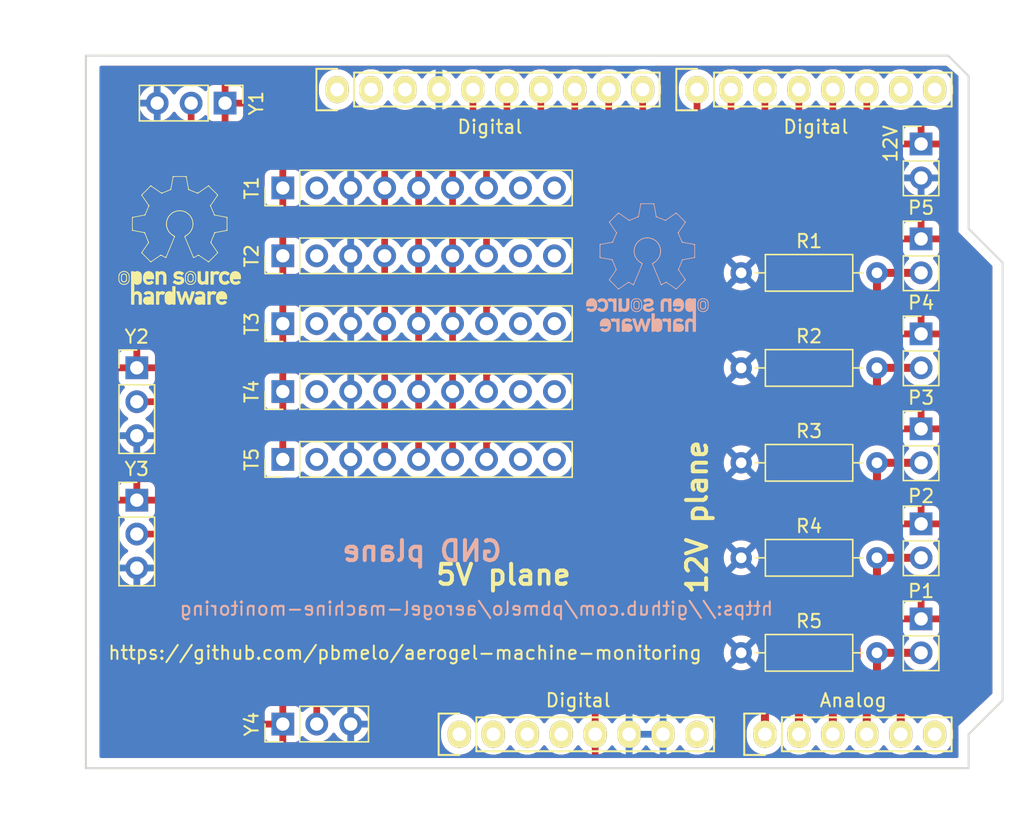
<source format=kicad_pcb>
(kicad_pcb (version 20211014) (generator pcbnew)
  (title_block (date "lun. 30 mars 2015"))
  (layers (0 "F.Cu" signal) (31 "B.Cu" signal) (34 "B.Paste" user) (35 "F.Paste" user) (36 "B.SilkS" user "B.Silkscreen") (37 "F.SilkS" user "F.Silkscreen") (38 "B.Mask" user) (39 "F.Mask" user) (44 "Edge.Cuts" user))
  (net 0 "")
  (net 1 "/IOREF")
  (net 2 "/Reset")
  (net 3 "+5V")
  (net 4 "GND")
  (net 5 "/Vin")
  (net 6 "/A0")
  (net 7 "/A1")
  (net 8 "/A2")
  (net 9 "/A3")
  (net 10 "/AREF")
  (net 11 "/A4(SDA)")
  (net 12 "/A5(SCL)")
  (net 13 "/9(**)")
  (net 14 "/8")
  (net 15 "/7")
  (net 16 "/6(**)")
  (net 17 "/5(**)")
  (net 18 "/4")
  (net 19 "/3(**)")
  (net 20 "/2")
  (net 21 "/1(Tx)")
  (net 22 "/0(Rx)")
  (net 24 "/13(SCK)")
  (net 25 "/11(**{slash}MOSI)")
  (net 26 "/10(**{slash}SS)")
  (net 27 "+3V3")
  (net 28 "/12(MISO)")
  (net 44 "+12V")
  (footprint "Socket_Arduino_Uno:Socket_Strip_Arduino_1x08" (layer "F.Cu") (at 138.938 123.825)
    (fp_text reference "Digital" (at 8.89 -2.54) (layer "F.SilkS"))
    (fp_text value "Power")
    (pad "1" thru_hole oval locked (at 0 0) (size 1.7272 2.032) (drill 1.016) (layers *.Cu *.Mask "F.SilkS"))
    (pad "2" thru_hole oval locked (at 2.54 0) (size 1.7272 2.032) (drill 1.016) (layers *.Cu *.Mask "F.SilkS") (net 1 "/IOREF"))
    (pad "3" thru_hole oval locked (at 5.08 0) (size 1.7272 2.032) (drill 1.016) (layers *.Cu *.Mask "F.SilkS") (net 2 "/Reset"))
    (pad "4" thru_hole oval locked (at 7.62 0) (size 1.7272 2.032) (drill 1.016) (layers *.Cu *.Mask "F.SilkS") (net 27 "+3V3"))
    (pad "5" thru_hole oval locked (at 10.16 0) (size 1.7272 2.032) (drill 1.016) (layers *.Cu *.Mask "F.SilkS") (net 3 "+5V"))
    (pad "6" thru_hole oval locked (at 12.7 0) (size 1.7272 2.032) (drill 1.016) (layers *.Cu *.Mask "F.SilkS") (net 4 "GND"))
    (pad "7" thru_hole oval locked (at 15.24 0) (size 1.7272 2.032) (drill 1.016) (layers *.Cu *.Mask "F.SilkS") (net 4 "GND"))
    (pad "8" thru_hole oval locked (at 17.78 0) (size 1.7272 2.032) (drill 1.016) (layers *.Cu *.Mask "F.SilkS") (net 5 "/Vin"))
  )
  (footprint "Socket_Arduino_Uno:Socket_Strip_Arduino_1x06" (layer "F.Cu") (at 161.798 123.825)
    (fp_text reference "Analog" (at 6.604 -2.54) (layer "F.SilkS"))
    (fp_text value "Analog")
    (pad "1" thru_hole oval locked (at 0 0) (size 1.7272 2.032) (drill 1.016) (layers *.Cu *.Mask "F.SilkS") (net 6 "/A0"))
    (pad "2" thru_hole oval locked (at 2.54 0) (size 1.7272 2.032) (drill 1.016) (layers *.Cu *.Mask "F.SilkS") (net 7 "/A1"))
    (pad "3" thru_hole oval locked (at 5.08 0) (size 1.7272 2.032) (drill 1.016) (layers *.Cu *.Mask "F.SilkS") (net 8 "/A2"))
    (pad "4" thru_hole oval locked (at 7.62 0) (size 1.7272 2.032) (drill 1.016) (layers *.Cu *.Mask "F.SilkS") (net 9 "/A3"))
    (pad "5" thru_hole oval locked (at 10.16 0) (size 1.7272 2.032) (drill 1.016) (layers *.Cu *.Mask "F.SilkS") (net 11 "/A4(SDA)"))
    (pad "6" thru_hole oval locked (at 12.7 0) (size 1.7272 2.032) (drill 1.016) (layers *.Cu *.Mask "F.SilkS") (net 12 "/A5(SCL)"))
  )
  (footprint "Socket_Arduino_Uno:Socket_Strip_Arduino_1x10" (layer "F.Cu") (at 129.794 75.565)
    (fp_text reference "Digital" (at 11.43 2.794) (layer "F.SilkS"))
    (fp_text value "Digital")
    (pad "1" thru_hole oval locked (at 0 0) (size 1.7272 2.032) (drill 1.016) (layers *.Cu *.Mask "F.SilkS") (net 12 "/A5(SCL)"))
    (pad "2" thru_hole oval locked (at 2.54 0) (size 1.7272 2.032) (drill 1.016) (layers *.Cu *.Mask "F.SilkS") (net 11 "/A4(SDA)"))
    (pad "3" thru_hole oval locked (at 5.08 0) (size 1.7272 2.032) (drill 1.016) (layers *.Cu *.Mask "F.SilkS") (net 10 "/AREF"))
    (pad "4" thru_hole oval locked (at 7.62 0) (size 1.7272 2.032) (drill 1.016) (layers *.Cu *.Mask "F.SilkS") (net 4 "GND"))
    (pad "5" thru_hole oval locked (at 10.16 0) (size 1.7272 2.032) (drill 1.016) (layers *.Cu *.Mask "F.SilkS") (net 24 "/13(SCK)"))
    (pad "6" thru_hole oval locked (at 12.7 0) (size 1.7272 2.032) (drill 1.016) (layers *.Cu *.Mask "F.SilkS") (net 28 "/12(MISO)"))
    (pad "7" thru_hole oval locked (at 15.24 0) (size 1.7272 2.032) (drill 1.016) (layers *.Cu *.Mask "F.SilkS") (net 25 "/11(**{slash}MOSI)"))
    (pad "8" thru_hole oval locked (at 17.78 0) (size 1.7272 2.032) (drill 1.016) (layers *.Cu *.Mask "F.SilkS") (net 26 "/10(**{slash}SS)"))
    (pad "9" thru_hole oval locked (at 20.32 0) (size 1.7272 2.032) (drill 1.016) (layers *.Cu *.Mask "F.SilkS") (net 13 "/9(**)"))
    (pad "10" thru_hole oval locked (at 22.86 0) (size 1.7272 2.032) (drill 1.016) (layers *.Cu *.Mask "F.SilkS") (net 14 "/8"))
  )
  (footprint "Socket_Arduino_Uno:Socket_Strip_Arduino_1x08" (layer "F.Cu") (at 156.718 75.565)
    (fp_text reference "Digital" (at 8.89 2.794) (layer "F.SilkS"))
    (fp_text value "Digital")
    (pad "1" thru_hole oval locked (at 0 0) (size 1.7272 2.032) (drill 1.016) (layers *.Cu *.Mask "F.SilkS") (net 15 "/7"))
    (pad "2" thru_hole oval locked (at 2.54 0) (size 1.7272 2.032) (drill 1.016) (layers *.Cu *.Mask "F.SilkS") (net 16 "/6(**)"))
    (pad "3" thru_hole oval locked (at 5.08 0) (size 1.7272 2.032) (drill 1.016) (layers *.Cu *.Mask "F.SilkS") (net 17 "/5(**)"))
    (pad "4" thru_hole oval locked (at 7.62 0) (size 1.7272 2.032) (drill 1.016) (layers *.Cu *.Mask "F.SilkS") (net 18 "/4"))
    (pad "5" thru_hole oval locked (at 10.16 0) (size 1.7272 2.032) (drill 1.016) (layers *.Cu *.Mask "F.SilkS") (net 19 "/3(**)"))
    (pad "6" thru_hole oval locked (at 12.7 0) (size 1.7272 2.032) (drill 1.016) (layers *.Cu *.Mask "F.SilkS") (net 20 "/2"))
    (pad "7" thru_hole oval locked (at 15.24 0) (size 1.7272 2.032) (drill 1.016) (layers *.Cu *.Mask "F.SilkS") (net 21 "/1(Tx)"))
    (pad "8" thru_hole oval locked (at 17.78 0) (size 1.7272 2.032) (drill 1.016) (layers *.Cu *.Mask "F.SilkS") (net 22 "/0(Rx)"))
  )
  (footprint "Connector_PinHeader_2.54mm:PinHeader_1x09_P2.54mm_Vertical" (layer "F.Cu") (at 125.73 93.091 90)
    (fp_text reference "T3" (at 0 -2.33 90) (layer "F.SilkS"))
    (fp_text value "Conn_01x09_Male")
    (pad "1" thru_hole rect (at 0 0 90) (size 1.7 1.7) (drill 1) (layers *.Cu *.Mask) (net 3 "+5V"))
    (pad "2" thru_hole oval (at 0 2.54 90) (size 1.7 1.7) (drill 1) (layers *.Cu *.Mask))
    (pad "3" thru_hole oval (at 0 5.08 90) (size 1.7 1.7) (drill 1) (layers *.Cu *.Mask) (net 4 "GND"))
    (pad "4" thru_hole oval (at 0 7.62 90) (size 1.7 1.7) (drill 1) (layers *.Cu *.Mask) (net 24 "/13(SCK)"))
    (pad "5" thru_hole oval (at 0 10.16 90) (size 1.7 1.7) (drill 1) (layers *.Cu *.Mask) (net 28 "/12(MISO)"))
    (pad "6" thru_hole oval (at 0 12.7 90) (size 1.7 1.7) (drill 1) (layers *.Cu *.Mask) (net 25 "/11(**{slash}MOSI)"))
    (pad "7" thru_hole oval (at 0 15.24 90) (size 1.7 1.7) (drill 1) (layers *.Cu *.Mask) (net 14 "/8"))
    (pad "8" thru_hole oval (at 0 17.78 90) (size 1.7 1.7) (drill 1) (layers *.Cu *.Mask))
    (pad "9" thru_hole oval (at 0 20.32 90) (size 1.7 1.7) (drill 1) (layers *.Cu *.Mask))
  )
  (footprint "Connector_PinHeader_2.54mm:PinHeader_1x03_P2.54mm_Vertical" (layer "F.Cu") (at 121.412 76.581 -90)
    (fp_text reference "Y1" (at 0 -2.33 90) (layer "F.SilkS"))
    (fp_text value "Conn_01x03_Female")
    (pad "1" thru_hole rect (at 0 0 270) (size 1.7 1.7) (drill 1) (layers *.Cu *.Mask) (net 3 "+5V"))
    (pad "2" thru_hole oval (at 0 2.54 270) (size 1.7 1.7) (drill 1) (layers *.Cu *.Mask) (net 17 "/5(**)"))
    (pad "3" thru_hole oval (at 0 5.08 270) (size 1.7 1.7) (drill 1) (layers *.Cu *.Mask) (net 4 "GND"))
  )
  (footprint "Connector_PinHeader_2.54mm:PinHeader_1x03_P2.54mm_Vertical" (layer "F.Cu") (at 125.73 123.063 90)
    (fp_text reference "Y4" (at 0 -2.33 90) (layer "F.SilkS"))
    (fp_text value "Conn_01x03_Female")
    (pad "1" thru_hole rect (at 0 0 90) (size 1.7 1.7) (drill 1) (layers *.Cu *.Mask) (net 3 "+5V"))
    (pad "2" thru_hole oval (at 0 2.54 90) (size 1.7 1.7) (drill 1) (layers *.Cu *.Mask) (net 20 "/2"))
    (pad "3" thru_hole oval (at 0 5.08 90) (size 1.7 1.7) (drill 1) (layers *.Cu *.Mask) (net 4 "GND"))
  )
  (footprint "Connector_PinHeader_2.54mm:PinHeader_1x02_P2.54mm_Vertical" (layer "F.Cu") (at 173.482 86.746)
    (fp_text reference "P5" (at 0 -2.33) (layer "F.SilkS"))
    (fp_text value "Conn_01x02_Male")
    (pad "1" thru_hole rect (at 0 0) (size 1.7 1.7) (drill 1) (layers *.Cu *.Mask) (net 44 "+12V"))
    (pad "2" thru_hole oval (at 0 2.54) (size 1.7 1.7) (drill 1) (layers *.Cu *.Mask) (net 6 "/A0"))
  )
  (footprint "Connector_PinHeader_2.54mm:PinHeader_1x09_P2.54mm_Vertical" (layer "F.Cu") (at 125.73 88.011 90)
    (fp_text reference "T2" (at 0 -2.33 90) (layer "F.SilkS"))
    (fp_text value "Conn_01x09_Male")
    (pad "1" thru_hole rect (at 0 0 90) (size 1.7 1.7) (drill 1) (layers *.Cu *.Mask) (net 3 "+5V"))
    (pad "2" thru_hole oval (at 0 2.54 90) (size 1.7 1.7) (drill 1) (layers *.Cu *.Mask))
    (pad "3" thru_hole oval (at 0 5.08 90) (size 1.7 1.7) (drill 1) (layers *.Cu *.Mask) (net 4 "GND"))
    (pad "4" thru_hole oval (at 0 7.62 90) (size 1.7 1.7) (drill 1) (layers *.Cu *.Mask) (net 24 "/13(SCK)"))
    (pad "5" thru_hole oval (at 0 10.16 90) (size 1.7 1.7) (drill 1) (layers *.Cu *.Mask) (net 28 "/12(MISO)"))
    (pad "6" thru_hole oval (at 0 12.7 90) (size 1.7 1.7) (drill 1) (layers *.Cu *.Mask) (net 25 "/11(**{slash}MOSI)"))
    (pad "7" thru_hole oval (at 0 15.24 90) (size 1.7 1.7) (drill 1) (layers *.Cu *.Mask) (net 13 "/9(**)"))
    (pad "8" thru_hole oval (at 0 17.78 90) (size 1.7 1.7) (drill 1) (layers *.Cu *.Mask))
    (pad "9" thru_hole oval (at 0 20.32 90) (size 1.7 1.7) (drill 1) (layers *.Cu *.Mask))
  )
  (footprint "Connector_PinHeader_2.54mm:PinHeader_1x02_P2.54mm_Vertical" (layer "F.Cu") (at 173.482 93.858)
    (fp_text reference "P4" (at 0 -2.33) (layer "F.SilkS"))
    (fp_text value "Conn_01x02_Male")
    (pad "1" thru_hole rect (at 0 0) (size 1.7 1.7) (drill 1) (layers *.Cu *.Mask) (net 44 "+12V"))
    (pad "2" thru_hole oval (at 0 2.54) (size 1.7 1.7) (drill 1) (layers *.Cu *.Mask) (net 7 "/A1"))
  )
  (footprint "Connector_PinHeader_2.54mm:PinHeader_1x09_P2.54mm_Vertical" (layer "F.Cu") (at 125.73 98.171 90)
    (fp_text reference "T4" (at 0 -2.33 90) (layer "F.SilkS"))
    (fp_text value "Conn_01x09_Male")
    (pad "1" thru_hole rect (at 0 0 90) (size 1.7 1.7) (drill 1) (layers *.Cu *.Mask) (net 3 "+5V"))
    (pad "2" thru_hole oval (at 0 2.54 90) (size 1.7 1.7) (drill 1) (layers *.Cu *.Mask))
    (pad "3" thru_hole oval (at 0 5.08 90) (size 1.7 1.7) (drill 1) (layers *.Cu *.Mask) (net 4 "GND"))
    (pad "4" thru_hole oval (at 0 7.62 90) (size 1.7 1.7) (drill 1) (layers *.Cu *.Mask) (net 24 "/13(SCK)"))
    (pad "5" thru_hole oval (at 0 10.16 90) (size 1.7 1.7) (drill 1) (layers *.Cu *.Mask) (net 28 "/12(MISO)"))
    (pad "6" thru_hole oval (at 0 12.7 90) (size 1.7 1.7) (drill 1) (layers *.Cu *.Mask) (net 25 "/11(**{slash}MOSI)"))
    (pad "7" thru_hole oval (at 0 15.24 90) (size 1.7 1.7) (drill 1) (layers *.Cu *.Mask) (net 15 "/7"))
    (pad "8" thru_hole oval (at 0 17.78 90) (size 1.7 1.7) (drill 1) (layers *.Cu *.Mask))
    (pad "9" thru_hole oval (at 0 20.32 90) (size 1.7 1.7) (drill 1) (layers *.Cu *.Mask))
  )
  (footprint "Connector_PinHeader_2.54mm:PinHeader_1x02_P2.54mm_Vertical" (layer "F.Cu") (at 173.482 108.077)
    (fp_text reference "P2" (at 0 -2.081) (layer "F.SilkS"))
    (fp_text value "Conn_01x02_Male")
    (pad "1" thru_hole rect (at 0 0) (size 1.7 1.7) (drill 1) (layers *.Cu *.Mask) (net 44 "+12V"))
    (pad "2" thru_hole oval (at 0 2.54) (size 1.7 1.7) (drill 1) (layers *.Cu *.Mask) (net 9 "/A3"))
  )
  (footprint "Connector_PinHeader_2.54mm:PinHeader_1x03_P2.54mm_Vertical" (layer "F.Cu") (at 114.808 106.299)
    (fp_text reference "Y3" (at 0 -2.33) (layer "F.SilkS"))
    (fp_text value "Conn_01x03_Female")
    (pad "1" thru_hole rect (at 0 0) (size 1.7 1.7) (drill 1) (layers *.Cu *.Mask) (net 3 "+5V"))
    (pad "2" thru_hole oval (at 0 2.54) (size 1.7 1.7) (drill 1) (layers *.Cu *.Mask) (net 19 "/3(**)"))
    (pad "3" thru_hole oval (at 0 5.08) (size 1.7 1.7) (drill 1) (layers *.Cu *.Mask) (net 4 "GND"))
  )
  (footprint "footprints:OSHW_logo2" (layer "F.Cu") (at 118.11 95.123)
    (fp_text reference "REF**" hide)
    (fp_text value "OSHW_logo2")
  )
  (footprint "Connector_PinHeader_2.54mm:PinHeader_1x02_P2.54mm_Vertical" (layer "F.Cu") (at 173.482 115.189)
    (fp_text reference "P1" (at 0 -2.081) (layer "F.SilkS"))
    (fp_text value "Conn_01x02_Male")
    (pad "1" thru_hole rect (at 0 0) (size 1.7 1.7) (drill 1) (layers *.Cu *.Mask) (net 44 "+12V"))
    (pad "2" thru_hole oval (at 0 2.54) (size 1.7 1.7) (drill 1) (layers *.Cu *.Mask) (net 11 "/A4(SDA)"))
  )
  (footprint "Resistor_THT:R_Axial_DIN0207_L6.3mm_D2.5mm_P10.16mm_Horizontal" (layer "F.Cu") (at 160.02 117.729)
    (fp_text reference "R5" (at 5.08 -2.37) (layer "F.SilkS"))
    (fp_text value "R")
    (pad "1" thru_hole circle (at 0 0) (size 1.6 1.6) (drill 0.8) (layers *.Cu *.Mask) (net 4 "GND"))
    (pad "2" thru_hole oval (at 10.16 0) (size 1.6 1.6) (drill 0.8) (layers *.Cu *.Mask) (net 11 "/A4(SDA)"))
  )
  (footprint "Connector_PinHeader_2.54mm:PinHeader_1x03_P2.54mm_Vertical" (layer "F.Cu") (at 114.808 96.393)
    (fp_text reference "Y2" (at 0 -2.33) (layer "F.SilkS"))
    (fp_text value "Conn_01x03_Female")
    (pad "1" thru_hole rect (at 0 0) (size 1.7 1.7) (drill 1) (layers *.Cu *.Mask) (net 3 "+5V"))
    (pad "2" thru_hole oval (at 0 2.54) (size 1.7 1.7) (drill 1) (layers *.Cu *.Mask) (net 18 "/4"))
    (pad "3" thru_hole oval (at 0 5.08) (size 1.7 1.7) (drill 1) (layers *.Cu *.Mask) (net 4 "GND"))
  )
  (footprint "Connector_PinHeader_2.54mm:PinHeader_1x02_P2.54mm_Vertical" (layer "F.Cu") (at 173.482 100.965)
    (fp_text reference "P3" (at 0 -2.33) (layer "F.SilkS"))
    (fp_text value "Conn_01x02_Male")
    (pad "1" thru_hole rect (at 0 0) (size 1.7 1.7) (drill 1) (layers *.Cu *.Mask) (net 44 "+12V"))
    (pad "2" thru_hole oval (at 0 2.54) (size 1.7 1.7) (drill 1) (layers *.Cu *.Mask) (net 8 "/A2"))
  )
  (footprint "Resistor_THT:R_Axial_DIN0207_L6.3mm_D2.5mm_P10.16mm_Horizontal" (layer "F.Cu") (at 160.02 110.617)
    (fp_text reference "R4" (at 5.08 -2.37) (layer "F.SilkS"))
    (fp_text value "R")
    (pad "1" thru_hole circle (at 0 0) (size 1.6 1.6) (drill 0.8) (layers *.Cu *.Mask) (net 4 "GND"))
    (pad "2" thru_hole oval (at 10.16 0) (size 1.6 1.6) (drill 0.8) (layers *.Cu *.Mask) (net 9 "/A3"))
  )
  (footprint "Resistor_THT:R_Axial_DIN0207_L6.3mm_D2.5mm_P10.16mm_Horizontal" (layer "F.Cu") (at 160.02 103.505)
    (fp_text reference "R3" (at 5.08 -2.37) (layer "F.SilkS"))
    (fp_text value "R")
    (pad "1" thru_hole circle (at 0 0) (size 1.6 1.6) (drill 0.8) (layers *.Cu *.Mask) (net 4 "GND"))
    (pad "2" thru_hole oval (at 10.16 0) (size 1.6 1.6) (drill 0.8) (layers *.Cu *.Mask) (net 8 "/A2"))
  )
  (footprint "Resistor_THT:R_Axial_DIN0207_L6.3mm_D2.5mm_P10.16mm_Horizontal" (layer "F.Cu") (at 160.02 96.403)
    (fp_text reference "R2" (at 5.08 -2.37) (layer "F.SilkS"))
    (fp_text value "R")
    (pad "1" thru_hole circle (at 0 0) (size 1.6 1.6) (drill 0.8) (layers *.Cu *.Mask) (net 4 "GND"))
    (pad "2" thru_hole oval (at 10.16 0) (size 1.6 1.6) (drill 0.8) (layers *.Cu *.Mask) (net 7 "/A1"))
  )
  (footprint "Connector_PinHeader_2.54mm:PinHeader_1x09_P2.54mm_Vertical" (layer "F.Cu") (at 125.73 82.931 90)
    (fp_text reference "T1" (at 0 -2.33 90) (layer "F.SilkS"))
    (fp_text value "Conn_01x09_Male")
    (pad "1" thru_hole rect (at 0 0 90) (size 1.7 1.7) (drill 1) (layers *.Cu *.Mask) (net 3 "+5V"))
    (pad "2" thru_hole oval (at 0 2.54 90) (size 1.7 1.7) (drill 1) (layers *.Cu *.Mask))
    (pad "3" thru_hole oval (at 0 5.08 90) (size 1.7 1.7) (drill 1) (layers *.Cu *.Mask) (net 4 "GND"))
    (pad "4" thru_hole oval (at 0 7.62 90) (size 1.7 1.7) (drill 1) (layers *.Cu *.Mask) (net 24 "/13(SCK)"))
    (pad "5" thru_hole oval (at 0 10.16 90) (size 1.7 1.7) (drill 1) (layers *.Cu *.Mask) (net 28 "/12(MISO)"))
    (pad "6" thru_hole oval (at 0 12.7 90) (size 1.7 1.7) (drill 1) (layers *.Cu *.Mask) (net 25 "/11(**{slash}MOSI)"))
    (pad "7" thru_hole oval (at 0 15.24 90) (size 1.7 1.7) (drill 1) (layers *.Cu *.Mask) (net 26 "/10(**{slash}SS)"))
    (pad "8" thru_hole oval (at 0 17.78 90) (size 1.7 1.7) (drill 1) (layers *.Cu *.Mask))
    (pad "9" thru_hole oval (at 0 20.32 90) (size 1.7 1.7) (drill 1) (layers *.Cu *.Mask))
  )
  (footprint "Resistor_THT:R_Axial_DIN0207_L6.3mm_D2.5mm_P10.16mm_Horizontal" (layer "F.Cu") (at 160.02 89.286)
    (fp_text reference "R1" (at 5.08 -2.37) (layer "F.SilkS"))
    (fp_text value "R")
    (pad "1" thru_hole circle (at 0 0) (size 1.6 1.6) (drill 0.8) (layers *.Cu *.Mask) (net 4 "GND"))
    (pad "2" thru_hole oval (at 10.16 0) (size 1.6 1.6) (drill 0.8) (layers *.Cu *.Mask) (net 6 "/A0"))
  )
  (footprint "Connector_PinHeader_2.54mm:PinHeader_1x09_P2.54mm_Vertical" (layer "F.Cu") (at 125.73 103.251 90)
    (fp_text reference "T5" (at 0 -2.33 90) (layer "F.SilkS"))
    (fp_text value "Conn_01x09_Male")
    (pad "1" thru_hole rect (at 0 0 90) (size 1.7 1.7) (drill 1) (layers *.Cu *.Mask) (net 3 "+5V"))
    (pad "2" thru_hole oval (at 0 2.54 90) (size 1.7 1.7) (drill 1) (layers *.Cu *.Mask))
    (pad "3" thru_hole oval (at 0 5.08 90) (size 1.7 1.7) (drill 1) (layers *.Cu *.Mask) (net 4 "GND"))
    (pad "4" thru_hole oval (at 0 7.62 90) (size 1.7 1.7) (drill 1) (layers *.Cu *.Mask) (net 24 "/13(SCK)"))
    (pad "5" thru_hole oval (at 0 10.16 90) (size 1.7 1.7) (drill 1) (layers *.Cu *.Mask) (net 28 "/12(MISO)"))
    (pad "6" thru_hole oval (at 0 12.7 90) (size 1.7 1.7) (drill 1) (layers *.Cu *.Mask) (net 25 "/11(**{slash}MOSI)"))
    (pad "7" thru_hole oval (at 0 15.24 90) (size 1.7 1.7) (drill 1) (layers *.Cu *.Mask) (net 16 "/6(**)"))
    (pad "8" thru_hole oval (at 0 17.78 90) (size 1.7 1.7) (drill 1) (layers *.Cu *.Mask))
    (pad "9" thru_hole oval (at 0 20.32 90) (size 1.7 1.7) (drill 1) (layers *.Cu *.Mask))
  )
  (footprint "Connector_PinHeader_2.54mm:PinHeader_1x02_P2.54mm_Vertical" (layer "F.Cu") (at 173.482 79.639)
    (fp_text reference "12V" (at -2.286 -0.01 90) (layer "F.SilkS"))
    (fp_text value "Conn_01x02_Female")
    (pad "1" thru_hole rect (at 0 0) (size 1.7 1.7) (drill 1) (layers *.Cu *.Mask) (net 44 "+12V"))
    (pad "2" thru_hole oval (at 0 2.54) (size 1.7 1.7) (drill 1) (layers *.Cu *.Mask) (net 4 "GND"))
  )
  (footprint "footprints:OSHW_logo2" (layer "B.Cu") (at 152.908 97.155 180)
    (fp_text reference "REF**" hide)
    (fp_text value "OSHW_logo2")
  )
  (gr_line (start 179.578 88.519) (end 177.038 85.979) (layer "Edge.Cuts") (width 0.15))
  (gr_line (start 177.038 126.365) (end 177.038 123.825) (layer "Edge.Cuts") (width 0.15))
  (gr_line (start 177.038 74.549) (end 175.514 73.025) (layer "Edge.Cuts") (width 0.15))
  (gr_line (start 177.038 123.825) (end 179.578 121.285) (layer "Edge.Cuts") (width 0.15))
  (gr_line (start 110.998 73.025) (end 110.998 126.365) (layer "Edge.Cuts") (width 0.15))
  (gr_line (start 179.578 121.285) (end 179.578 88.519) (layer "Edge.Cuts") (width 0.15))
  (gr_line (start 110.998 126.365) (end 177.038 126.365) (layer "Edge.Cuts") (width 0.15))
  (gr_line (start 175.514 73.025) (end 110.998 73.025) (layer "Edge.Cuts") (width 0.15))
  (gr_line (start 177.038 85.979) (end 177.038 74.549) (layer "Edge.Cuts") (width 0.15))
  (gr_text "https://github.com/pbmelo/aerogel-machine-monitoring" (at 140.208 114.427) (layer "B.SilkS") (effects (font (size 1 1)) (justify mirror)))
  (gr_text "GND plane" (at 136.144 110.109) (layer "B.SilkS") (effects (font (size 1.5 1.5) (thickness 0.3)) (justify mirror)))
  (gr_text "https://github.com/pbmelo/aerogel-machine-monitoring" (at 134.874 117.729) (layer "F.SilkS") (effects (font (size 1 1))))
  (gr_text "12V plane" (at 156.718 107.569 90) (layer "F.SilkS") (effects (font (size 1.5 1.5) (thickness 0.3))))
  (gr_text "5V plane" (at 142.24 111.887) (layer "F.SilkS") (effects (font (size 1.5 1.5) (thickness 0.3))))
  (segment (start 161.798 122.047) (end 161.798 123.825) (width 0.6) (layer "F.Cu") (net 6))
  (segment (start 170.18 91.821) (end 164.084 97.917) (width 0.6) (layer "F.Cu") (net 6))
  (segment (start 170.18 89.286) (end 170.18 91.821) (width 0.6) (layer "F.Cu") (net 6))
  (segment (start 173.482 89.286) (end 170.18 89.286) (width 0.6) (layer "F.Cu") (net 6))
  (segment (start 164.084 97.917) (end 164.084 119.761) (width 0.6) (layer "F.Cu") (net 6))
  (segment (start 164.084 119.761) (end 161.798 122.047) (width 0.6) (layer "F.Cu") (net 6))
  (segment (start 170.18 98.933) (end 165.608 103.505) (width 0.6) (layer "F.Cu") (net 7))
  (segment (start 165.608 120.777) (end 164.338 122.047) (width 0.6) (layer "F.Cu") (net 7))
  (segment (start 165.608 103.505) (end 165.608 120.777) (width 0.6) (layer "F.Cu") (net 7))
  (segment (start 170.18 96.403) (end 170.18 98.933) (width 0.6) (layer "F.Cu") (net 7))
  (segment (start 164.338 122.047) (end 164.338 123.825) (width 0.6) (layer "F.Cu") (net 7))
  (segment (start 170.185 96.398) (end 170.18 96.403) (width 0.6) (layer "F.Cu") (net 7))
  (segment (start 173.482 96.398) (end 170.185 96.398) (width 0.6) (layer "F.Cu") (net 7))
  (segment (start 167.132 121.793) (end 166.878 122.047) (width 0.6) (layer "F.Cu") (net 8))
  (segment (start 170.18 106.045) (end 167.132 109.093) (width 0.6) (layer "F.Cu") (net 8))
  (segment (start 170.18 103.505) (end 170.18 106.045) (width 0.6) (layer "F.Cu") (net 8))
  (segment (start 173.482 103.505) (end 170.18 103.505) (width 0.6) (layer "F.Cu") (net 8))
  (segment (start 166.878 122.047) (end 166.878 123.825) (width 0.6) (layer "F.Cu") (net 8))
  (segment (start 167.132 109.093) (end 167.132 121.793) (width 0.6) (layer "F.Cu") (net 8))
  (segment (start 168.656 121.285) (end 168.656 114.64925) (width 0.6) (layer "F.Cu") (net 9))
  (segment (start 168.656 114.64925) (end 170.18 113.12525) (width 0.6) (layer "F.Cu") (net 9))
  (segment (start 169.418 122.047) (end 168.656 121.285) (width 0.6) (layer "F.Cu") (net 9))
  (segment (start 170.18 113.12525) (end 170.18 110.617) (width 0.6) (layer "F.Cu") (net 9))
  (segment (start 173.482 110.617) (end 170.18 110.617) (width 0.6) (layer "F.Cu") (net 9))
  (segment (start 169.418 123.825) (end 169.418 122.047) (width 0.6) (layer "F.Cu") (net 9))
  (segment (start 170.18 120.269) (end 170.18 117.729) (width 0.6) (layer "F.Cu") (net 11))
  (segment (start 171.958 122.047) (end 170.18 120.269) (width 0.6) (layer "F.Cu") (net 11))
  (segment (start 171.958 123.825) (end 171.958 122.047) (width 0.6) (layer "F.Cu") (net 11))
  (segment (start 173.482 117.729) (end 170.18 117.729) (width 0.6) (layer "F.Cu") (net 11))
  (segment (start 140.97 88.011) (end 140.97 86.487) (width 0.5) (layer "F.Cu") (net 13))
  (segment (start 141.986 85.471) (end 147.828 85.471) (width 0.5) (layer "F.Cu") (net 13))
  (segment (start 140.97 86.487) (end 141.986 85.471) (width 0.5) (layer "F.Cu") (net 13))
  (segment (start 150.114 83.185) (end 150.114 75.565) (width 0.5) (layer "F.Cu") (net 13))
  (segment (start 147.828 85.471) (end 150.114 83.185) (width 0.5) (layer "F.Cu") (net 13))
  (segment (start 148.179883 86.320519) (end 152.654 81.846402) (width 0.5) (layer "F.Cu") (net 14))
  (segment (start 152.654 81.846402) (end 152.654 75.565) (width 0.5) (layer "F.Cu") (net 14))
  (segment (start 148.179883 89.945117) (end 148.179883 86.320519) (width 0.5) (layer "F.Cu") (net 14))
  (segment (start 142.24 90.551) (end 147.574 90.551) (width 0.5) (layer "F.Cu") (net 14))
  (segment (start 147.574 90.551) (end 148.179883 89.945117) (width 0.5) (layer "F.Cu") (net 14))
  (segment (start 140.97 93.091) (end 140.97 91.821) (width 0.5) (layer "F.Cu") (net 14))
  (segment (start 140.97 91.821) (end 142.24 90.551) (width 0.5) (layer "F.Cu") (net 14))
  (segment (start 142.24 95.631) (end 147.828 95.631) (width 0.5) (layer "F.Cu") (net 15))
  (segment (start 147.828 95.631) (end 149.029403 94.429597) (width 0.5) (layer "F.Cu") (net 15))
  (segment (start 156.718 78.983804) (end 156.718 75.565) (width 0.5) (layer "F.Cu") (net 15))
  (segment (start 149.029404 86.6724) (end 156.718 78.983804) (width 0.5) (layer "F.Cu") (net 15))
  (segment (start 140.97 96.901) (end 142.24 95.631) (width 0.5) (layer "F.Cu") (net 15))
  (segment (start 140.97 98.171) (end 140.97 96.901) (width 0.5) (layer "F.Cu") (net 15))
  (segment (start 149.029403 94.429597) (end 149.029404 86.6724) (width 0.5) (layer "F.Cu") (net 15))
  (segment (start 149.878923 87.024283) (end 159.258 77.645206) (width 0.5) (layer "F.Cu") (net 16))
  (segment (start 140.97 103.251) (end 140.97 101.981) (width 0.5) (layer "F.Cu") (net 16))
  (segment (start 149.878923 98.660077) (end 149.878923 87.024283) (width 0.5) (layer "F.Cu") (net 16))
  (segment (start 140.97 101.981) (end 142.24 100.711) (width 0.5) (layer "F.Cu") (net 16))
  (segment (start 142.24 100.711) (end 147.828 100.711) (width 0.5) (layer "F.Cu") (net 16))
  (segment (start 159.258 77.645206) (end 159.258 75.565) (width 0.5) (layer "F.Cu") (net 16))
  (segment (start 147.828 100.711) (end 149.878923 98.660077) (width 0.5) (layer "F.Cu") (net 16))
  (segment (start 148.336 101.404402) (end 150.728443 99.011959) (width 0.5) (layer "F.Cu") (net 17))
  (segment (start 150.728443 99.011959) (end 150.728443 87.376165) (width 0.5) (layer "F.Cu") (net 17))
  (segment (start 123.444 83.058) (end 123.444 105.029) (width 0.5) (layer "F.Cu") (net 17))
  (segment (start 118.872 76.581) (end 118.872 78.486) (width 0.5) (layer "F.Cu") (net 17))
  (segment (start 157.459608 80.645) (end 158.75 80.645) (width 0.5) (layer "F.Cu") (net 17))
  (segment (start 158.75 80.645) (end 161.798 77.597) (width 0.5) (layer "F.Cu") (net 17))
  (segment (start 161.798 77.597) (end 161.798 75.565) (width 0.5) (layer "F.Cu") (net 17))
  (segment (start 150.728443 87.376165) (end 157.459608 80.645) (width 0.5) (layer "F.Cu") (net 17))
  (segment (start 148.336 105.029) (end 148.336 101.404402) (width 0.5) (layer "F.Cu") (net 17))
  (segment (start 147.828 105.537) (end 148.336 105.029) (width 0.5) (layer "F.Cu") (net 17))
  (segment (start 123.444 105.029) (end 123.952 105.537) (width 0.5) (layer "F.Cu") (net 17))
  (segment (start 118.872 78.486) (end 123.444 83.058) (width 0.5) (layer "F.Cu") (net 17))
  (segment (start 123.952 105.537) (end 147.828 105.537) (width 0.5) (layer "F.Cu") (net 17))
  (segment (start 122.59448 100.62348) (end 122.594481 105.380883) (width 0.5) (layer "F.Cu") (net 18))
  (segment (start 149.18552 101.756284) (end 151.577963 99.363841) (width 0.5) (layer "F.Cu") (net 18))
  (segment (start 120.904 98.933) (end 122.59448 100.62348) (width 0.5) (layer "F.Cu") (net 18))
  (segment (start 122.594481 105.380883) (end 123.600117 106.386519) (width 0.5) (layer "F.Cu") (net 18))
  (segment (start 151.577963 99.363841) (end 151.577963 87.728047) (width 0.5) (layer "F.Cu") (net 18))
  (segment (start 160.44048 81.49452) (end 164.338 77.597) (width 0.5) (layer "F.Cu") (net 18))
  (segment (start 151.577963 87.728047) (end 157.81149 81.49452) (width 0.5) (layer "F.Cu") (net 18))
  (segment (start 123.600117 106.386519) (end 148.179883 106.386519) (width 0.5) (layer "F.Cu") (net 18))
  (segment (start 148.179883 106.386519) (end 149.18552 105.380882) (width 0.5) (layer "F.Cu") (net 18))
  (segment (start 149.18552 105.380882) (end 149.18552 101.756284) (width 0.5) (layer "F.Cu") (net 18))
  (segment (start 114.808 98.933) (end 120.904 98.933) (width 0.5) (layer "F.Cu") (net 18))
  (segment (start 164.338 77.597) (end 164.338 75.565) (width 0.5) (layer "F.Cu") (net 18))
  (segment (start 157.81149 81.49452) (end 160.44048 81.49452) (width 0.5) (layer "F.Cu") (net 18))
  (segment (start 129.608598 107.315) (end 148.452804 107.315) (width 0.5) (layer "F.Cu") (net 19))
  (segment (start 114.808 108.839) (end 128.084598 108.839) (width 0.5) (layer "F.Cu") (net 19))
  (segment (start 150.114 105.653804) (end 150.114 102.235) (width 0.5) (layer "F.Cu") (net 19))
  (segment (start 128.084598 108.839) (end 129.608598 107.315) (width 0.5) (layer "F.Cu") (net 19))
  (segment (start 152.427483 88.079929) (end 158.163206 82.344206) (width 0.5) (layer "F.Cu") (net 19))
  (segment (start 162.130794 82.344206) (end 166.878 77.597) (width 0.5) (layer "F.Cu") (net 19))
  (segment (start 152.427483 99.921517) (end 152.427483 88.079929) (width 0.5) (layer "F.Cu") (net 19))
  (segment (start 148.452804 107.315) (end 150.114 105.653804) (width 0.5) (layer "F.Cu") (net 19))
  (segment (start 166.878 77.597) (end 166.878 75.565) (width 0.5) (layer "F.Cu") (net 19))
  (segment (start 150.114 102.235) (end 152.427483 99.921517) (width 0.5) (layer "F.Cu") (net 19))
  (segment (start 158.163206 82.344206) (end 162.130794 82.344206) (width 0.5) (layer "F.Cu") (net 19))
  (segment (start 169.418 77.597) (end 169.418 75.565) (width 0.5) (layer "F.Cu") (net 20))
  (segment (start 153.277003 88.431811) (end 158.515088 83.193726) (width 0.5) (layer "F.Cu") (net 20))
  (segment (start 150.96352 106.005686) (end 150.96352 102.586882) (width 0.5) (layer "F.Cu") (net 20))
  (segment (start 150.96352 102.586882) (end 153.277003 100.273399) (width 0.5) (layer "F.Cu") (net 20))
  (segment (start 158.515088 83.193726) (end 163.821274 83.193726) (width 0.5) (layer "F.Cu") (net 20))
  (segment (start 163.821274 83.193726) (end 169.418 77.597) (width 0.5) (layer "F.Cu") (net 20))
  (segment (start 128.27 109.855) (end 129.960481 108.164519) (width 0.5) (layer "F.Cu") (net 20))
  (segment (start 128.27 123.063) (end 128.27 109.855) (width 0.5) (layer "F.Cu") (net 20))
  (segment (start 153.277003 100.273399) (end 153.277003 88.431811) (width 0.5) (layer "F.Cu") (net 20))
  (segment (start 148.804687 108.164519) (end 150.96352 106.005686) (width 0.5) (layer "F.Cu") (net 20))
  (segment (start 129.960481 108.164519) (end 148.804687 108.164519) (width 0.5) (layer "F.Cu") (net 20))
  (segment (start 133.35 81.407) (end 136.144 78.613) (width 0.5) (layer "F.Cu") (net 24))
  (segment (start 133.35 88.011) (end 133.35 93.091) (width 0.5) (layer "F.Cu") (net 24))
  (segment (start 133.35 98.171) (end 133.35 103.251) (width 0.5) (layer "F.Cu") (net 24))
  (segment (start 139.954 77.343) (end 139.954 75.565) (width 0.5) (layer "F.Cu") (net 24))
  (segment (start 133.35 93.091) (end 133.35 98.171) (width 0.5) (layer "F.Cu") (net 24))
  (segment (start 138.684 78.613) (end 139.954 77.343) (width 0.5) (layer "F.Cu") (net 24))
  (segment (start 133.35 82.931) (end 133.35 88.011) (width 0.5) (layer "F.Cu") (net 24))
  (segment (start 136.144 78.613) (end 138.684 78.613) (width 0.5) (layer "F.Cu") (net 24))
  (segment (start 133.35 82.931) (end 133.35 81.407) (width 0.5) (layer "F.Cu") (net 24))
  (segment (start 141.478 79.629) (end 142.748 79.629) (width 0.5) (layer "F.Cu") (net 25))
  (segment (start 138.43 82.931) (end 138.43 81.407) (width 0.5) (layer "F.Cu") (net 25))
  (segment (start 139.192 80.645) (end 140.462 80.645) (width 0.5) (layer "F.Cu") (net 25))
  (segment (start 138.43 81.407) (end 139.192 80.645) (width 0.5) (layer "F.Cu") (net 25))
  (segment (start 138.43 93.091) (end 138.43 88.011) (width 0.5) (layer "F.Cu") (net 25))
  (segment (start 138.43 103.251) (end 138.43 98.171) (width 0.5) (layer "F.Cu") (net 25))
  (segment (start 138.43 88.011) (end 138.43 82.931) (width 0.5) (layer "F.Cu") (net 25))
  (segment (start 142.748 79.629) (end 145.034 77.343) (width 0.5) (layer "F.Cu") (net 25))
  (segment (start 138.43 98.171) (end 138.43 93.091) (width 0.5) (layer "F.Cu") (net 25))
  (segment (start 140.462 80.645) (end 141.478 79.629) (width 0.5) (layer "F.Cu") (net 25))
  (segment (start 145.034 77.343) (end 145.034 75.565) (width 0.5) (layer "F.Cu") (net 25))
  (segment (start 141.732 80.645) (end 144.272 80.645) (width 0.5) (layer "F.Cu") (net 26))
  (segment (start 140.97 82.931) (end 140.97 81.407) (width 0.5) (layer "F.Cu") (net 26))
  (segment (start 144.272 80.645) (end 147.574 77.343) (width 0.5) (layer "F.Cu") (net 26))
  (segment (start 147.574 77.343) (end 147.574 75.565) (width 0.5) (layer "F.Cu") (net 26))
  (segment (start 140.97 81.407) (end 141.732 80.645) (width 0.5) (layer "F.Cu") (net 26))
  (segment (start 140.208 79.629) (end 142.494 77.343) (width 0.5) (layer "F.Cu") (net 28))
  (segment (start 135.89 103.251) (end 135.89 98.171) (width 0.5) (layer "F.Cu") (net 28))
  (segment (start 135.89 82.931) (end 135.89 81.407) (width 0.5) (layer "F.Cu") (net 28))
  (segment (start 135.89 82.931) (end 135.89 88.011) (width 0.5) (layer "F.Cu") (net 28))
  (segment (start 135.89 98.171) (end 135.89 93.091) (width 0.5) (layer "F.Cu") (net 28))
  (segment (start 135.89 81.407) (end 137.668 79.629) (width 0.5) (layer "F.Cu") (net 28))
  (segment (start 135.89 88.011) (end 135.89 93.091) (width 0.5) (layer "F.Cu") (net 28))
  (segment (start 137.668 79.629) (end 140.208 79.629) (width 0.5) (layer "F.Cu") (net 28))
  (segment (start 142.494 77.343) (end 142.494 75.565) (width 0.5) (layer "F.Cu") (net 28))
  (segment (start 173.482 86.746) (end 173.482 86.751) (width 0.6) (layer "F.Cu") (net 44))
  (zone (net 3) (net_name "+5V") (layer "F.Cu") (connect_pads (clearance 0.508)) (min_thickness 0.254) (fill yes (thermal_gap 0.508) (thermal_bridge_width 0.508))
    (polygon (pts (xy 150.368 105.283) (xy 150.368 125.603) (xy 112.014 125.603) (xy 112.014 73.787) (xy 150.368 73.787)))
  )
  (zone (net 44) (net_name "+12V") (layer "F.Cu") (connect_pads (clearance 0.508)) (min_thickness 0.254) (fill yes (thermal_gap 0.508) (thermal_bridge_width 0.508))
    (polygon (pts (xy 176.276 74.549) (xy 176.276 86.233) (xy 178.816 88.773) (xy 178.816 120.777) (xy 176.2506 123.2154) (xy 176.276 125.603) (xy 153.416 125.603) (xy 153.416 73.787) (xy 175.387 73.787)))
  )
  (zone (net 4) (net_name "GND") (layer "B.Cu") (connect_pads (clearance 0.508)) (min_thickness 0.254) (fill yes (thermal_gap 0.508) (thermal_bridge_width 0.508))
    (polygon (pts (xy 175.387 73.787) (xy 176.276 74.549) (xy 176.276 86.233) (xy 178.816 88.773) (xy 178.816 120.777) (xy 176.276 123.19) (xy 176.276 125.603) (xy 112.014 125.603) (xy 112.014 73.787)))
  )
)
</source>
